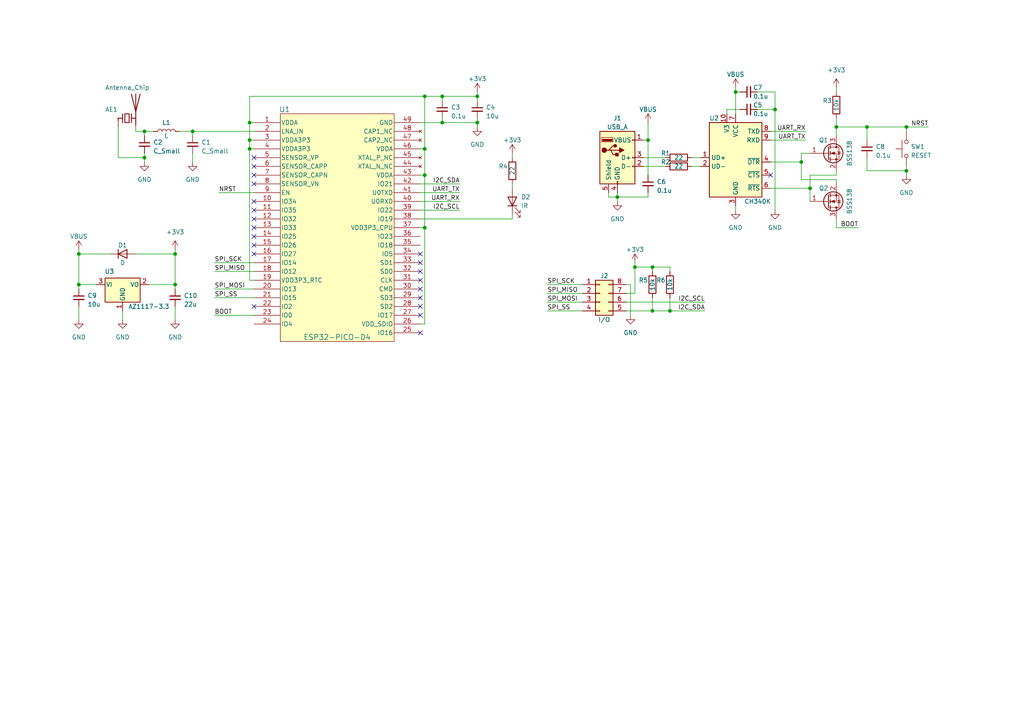
<source format=kicad_sch>
(kicad_sch (version 20230121) (generator eeschema)
  (paper "A4")
  (lib_symbols
    (symbol "Connector:USB_A" (pin_names (offset 1.016))
      (property "Reference" "J" (at -5.08 11.43 0))
      (property "Value" "USB_A" (at -5.08 8.89 0))
      (symbol "USB_A_0_1"
        (rectangle (start -5.08 -7.62) (end 5.08 7.62) (stroke (width 0.254)) (fill (type background)))
        (circle (center -3.81 2.159) (radius 0.635) (stroke (width 0.254)) (fill (type outline)))
        (rectangle (start -1.524 4.826) (end -4.318 5.334) (fill (type outline)))
        (rectangle (start -1.27 4.572) (end -4.572 5.842))
        (circle (center -0.635 3.429) (radius 0.381) (stroke (width 0.254)) (fill (type outline)))
        (rectangle (start -0.127 -7.62) (end 0.127 -6.858))
        (polyline (pts (xy -3.175 2.159) (xy -2.54 2.159) (xy -1.27 3.429) (xy -0.635 3.429)) (stroke (width 0.254)))
        (polyline (pts (xy -2.54 2.159) (xy -1.905 2.159) (xy -1.27 0.889) (xy 0 0.889)) (stroke (width 0.254)))
        (polyline (pts (xy 0.635 2.794) (xy 0.635 1.524) (xy 1.905 2.159) (xy 0.635 2.794)) (stroke (width 0.254)) (fill (type outline)))
        (rectangle (start 0.254 1.27) (end -0.508 0.508) (stroke (width 0.254)) (fill (type outline)))
        (rectangle (start 5.08 -2.667) (end 4.318 -2.413))
        (rectangle (start 5.08 -0.127) (end 4.318 0.127))
        (rectangle (start 5.08 4.953) (end 4.318 5.207))
      )
      (symbol "USB_A_1_1"
        (polyline (pts (xy -1.905 2.159) (xy 0.635 2.159)) (stroke (width 0.254)))
        (pin power_in line (at 7.62 5.08 180) (length 2.54) (name "VBUS") (number "1"))
        (pin bidirectional line (at 7.62 -2.54 180) (length 2.54) (name "D-") (number "2"))
        (pin bidirectional line (at 7.62 0 180) (length 2.54) (name "D+") (number "3"))
        (pin power_in line (at 0 -10.16 90) (length 2.54) (name "GND") (number "4"))
        (pin passive line (at -2.54 -10.16 90) (length 2.54) (name "Shield") (number "5"))
      )
    )
    (symbol "Connector_Generic:Conn_02x04_Counter_Clockwise" (pin_names (offset 1.016) hide)
      (property "Reference" "J" (at 1.27 5.08 0))
      (property "Value" "Conn_02x04_Counter_Clockwise" (at 1.27 -7.62 0))
      (symbol "Conn_02x04_Counter_Clockwise_1_1"
        (rectangle (start -1.27 -4.953) (end 0 -5.207) (stroke (width 0.1524)))
        (rectangle (start -1.27 -2.413) (end 0 -2.667) (stroke (width 0.1524)))
        (rectangle (start -1.27 0.127) (end 0 -0.127) (stroke (width 0.1524)))
        (rectangle (start -1.27 2.667) (end 0 2.413) (stroke (width 0.1524)))
        (rectangle (start -1.27 3.81) (end 3.81 -6.35) (stroke (width 0.254)) (fill (type background)))
        (rectangle (start 3.81 -4.953) (end 2.54 -5.207) (stroke (width 0.1524)))
        (rectangle (start 3.81 -2.413) (end 2.54 -2.667) (stroke (width 0.1524)))
        (rectangle (start 3.81 0.127) (end 2.54 -0.127) (stroke (width 0.1524)))
        (rectangle (start 3.81 2.667) (end 2.54 2.413) (stroke (width 0.1524)))
        (pin passive line (at -5.08 2.54 0) (length 3.81) (name "Pin_1") (number "1"))
        (pin passive line (at -5.08 0 0) (length 3.81) (name "Pin_2") (number "2"))
        (pin passive line (at -5.08 -2.54 0) (length 3.81) (name "Pin_3") (number "3"))
        (pin passive line (at -5.08 -5.08 0) (length 3.81) (name "Pin_4") (number "4"))
        (pin passive line (at 7.62 -5.08 180) (length 3.81) (name "Pin_5") (number "5"))
        (pin passive line (at 7.62 -2.54 180) (length 3.81) (name "Pin_6") (number "6"))
        (pin passive line (at 7.62 0 180) (length 3.81) (name "Pin_7") (number "7"))
        (pin passive line (at 7.62 2.54 180) (length 3.81) (name "Pin_8") (number "8"))
      )
    )
    (symbol "Device:Antenna_Chip" (pin_numbers hide) (pin_names (offset 1.016) hide)
      (property "Reference" "AE" (at 0 5.08 0))
      (property "Value" "Antenna_Chip" (at 0 3.175 0))
      (symbol "Antenna_Chip_0_1"
        (polyline (pts (xy -2.54 0) (xy -2.54 -0.635)) (stroke (width 0.254)))
        (polyline (pts (xy -2.54 0) (xy -1.27 0)) (stroke (width 0.254)))
        (polyline (pts (xy 1.27 0) (xy 2.54 0)) (stroke (width 0.254)))
        (polyline (pts (xy 1.27 1.27) (xy 1.27 -1.27)) (stroke (width 0.254)))
        (polyline (pts (xy 2.54 -0.635) (xy 2.54 0)))
        (polyline (pts (xy 2.54 6.985) (xy 2.54 -1.905)) (stroke (width 0.254)))
        (polyline (pts (xy -1.27 1.27) (xy -1.27 -1.27) (xy -1.27 0)) (stroke (width 0.254)))
        (polyline (pts (xy 3.81 6.985) (xy 2.54 1.905) (xy 1.27 6.985)) (stroke (width 0.254)))
        (polyline (pts (xy -0.635 1.27) (xy 0.635 1.27) (xy 0.635 -1.27) (xy -0.635 -1.27) (xy -0.635 1.27)) (stroke (width 0.254)))
      )
      (symbol "Antenna_Chip_1_1"
        (pin input line (at -2.54 -2.54 90) (length 2.54) (name "FEED") (number "1"))
        (pin passive line (at 2.54 -2.54 90) (length 2.54) (name "PCB_Trace") (number "2"))
      )
    )
    (symbol "Device:C_Small" (pin_numbers hide) (pin_names (offset 0.254) hide)
      (property "Reference" "C" (at 0.254 1.778 0))
      (property "Value" "C_Small" (at 0.254 -2.032 0))
      (symbol "C_Small_0_1"
        (polyline (pts (xy -1.524 -0.508) (xy 1.524 -0.508)) (stroke (width 0.3302)))
        (polyline (pts (xy -1.524 0.508) (xy 1.524 0.508)) (stroke (width 0.3048)))
      )
      (symbol "C_Small_1_1"
        (pin passive line (at 0 2.54 270) (length 2.032) (name "~") (number "1"))
        (pin passive line (at 0 -2.54 90) (length 2.032) (name "~") (number "2"))
      )
    )
    (symbol "Device:D" (pin_numbers hide) (pin_names (offset 1.016) hide)
      (property "Reference" "D" (at 0 2.54 0))
      (property "Value" "D" (at 0 -2.54 0))
      (symbol "D_0_1"
        (polyline (pts (xy -1.27 1.27) (xy -1.27 -1.27)) (stroke (width 0.254)))
        (polyline (pts (xy 1.27 0) (xy -1.27 0)))
        (polyline (pts (xy 1.27 1.27) (xy 1.27 -1.27) (xy -1.27 0) (xy 1.27 1.27)) (stroke (width 0.254)))
      )
      (symbol "D_1_1"
        (pin passive line (at -3.81 0 0) (length 2.54) (name "K") (number "1"))
        (pin passive line (at 3.81 0 180) (length 2.54) (name "A") (number "2"))
      )
    )
    (symbol "Device:L" (pin_numbers hide) (pin_names (offset 1.016) hide)
      (property "Reference" "L" (at -1.27 0 90))
      (property "Value" "L" (at 1.905 0 90))
      (symbol "L_0_1"
        (arc (start 0 -2.54) (mid 0.6323 -1.905) (end 0 -1.27))
        (arc (start 0 -1.27) (mid 0.6323 -0.635) (end 0 0))
        (arc (start 0 0) (mid 0.6323 0.635) (end 0 1.27))
        (arc (start 0 1.27) (mid 0.6323 1.905) (end 0 2.54))
      )
      (symbol "L_1_1"
        (pin passive line (at 0 3.81 270) (length 1.27) (name "1") (number "1"))
        (pin passive line (at 0 -3.81 90) (length 1.27) (name "2") (number "2"))
      )
    )
    (symbol "Device:LED" (pin_numbers hide) (pin_names (offset 1.016) hide)
      (property "Reference" "D" (at 0 2.54 0))
      (property "Value" "LED" (at 0 -2.54 0))
      (symbol "LED_0_1"
        (polyline (pts (xy -1.27 -1.27) (xy -1.27 1.27)) (stroke (width 0.254)))
        (polyline (pts (xy -1.27 0) (xy 1.27 0)))
        (polyline (pts (xy 1.27 -1.27) (xy 1.27 1.27) (xy -1.27 0) (xy 1.27 -1.27)) (stroke (width 0.254)))
        (polyline (pts (xy -3.048 -0.762) (xy -4.572 -2.286) (xy -3.81 -2.286) (xy -4.572 -2.286) (xy -4.572 -1.524)))
        (polyline (pts (xy -1.778 -0.762) (xy -3.302 -2.286) (xy -2.54 -2.286) (xy -3.302 -2.286) (xy -3.302 -1.524)))
      )
      (symbol "LED_1_1"
        (pin passive line (at -3.81 0 0) (length 2.54) (name "K") (number "1"))
        (pin passive line (at 3.81 0 180) (length 2.54) (name "A") (number "2"))
      )
    )
    (symbol "Device:R" (pin_numbers hide) (pin_names (offset 0))
      (property "Reference" "R" (at 2.032 0 90))
      (property "Value" "R" (at 0 0 90))
      (symbol "R_0_1"
        (rectangle (start -1.016 -2.54) (end 1.016 2.54) (stroke (width 0.254)))
      )
      (symbol "R_1_1"
        (pin passive line (at 0 3.81 270) (length 1.27) (name "~") (number "1"))
        (pin passive line (at 0 -3.81 90) (length 1.27) (name "~") (number "2"))
      )
    )
    (symbol "Regulator_Linear:AZ1117-3.3" (pin_names (offset 0.254))
      (property "Reference" "U" (at -3.81 3.175 0))
      (property "Value" "AZ1117-3.3" (at 0 3.175 0))
      (symbol "AZ1117-3.3_0_1"
        (rectangle (start -5.08 1.905) (end 5.08 -5.08) (stroke (width 0.254)) (fill (type background)))
      )
      (symbol "AZ1117-3.3_1_1"
        (pin power_in line (at 0 -7.62 90) (length 2.54) (name "GND") (number "1"))
        (pin power_out line (at 7.62 0 180) (length 2.54) (name "VO") (number "2"))
        (pin power_in line (at -7.62 0 0) (length 2.54) (name "VI") (number "3"))
      )
    )
    (symbol "Switch:SW_Push" (pin_numbers hide) (pin_names (offset 1.016) hide)
      (property "Reference" "SW" (at 1.27 2.54 0))
      (property "Value" "SW_Push" (at 0 -1.524 0))
      (symbol "SW_Push_0_1"
        (circle (center -2.032 0) (radius 0.508))
        (polyline (pts (xy 0 1.27) (xy 0 3.048)))
        (polyline (pts (xy 2.54 1.27) (xy -2.54 1.27)))
        (circle (center 2.032 0) (radius 0.508))
        (pin passive line (at -5.08 0 0) (length 2.54) (name "1") (number "1"))
        (pin passive line (at 5.08 0 180) (length 2.54) (name "2") (number "2"))
      )
    )
    (symbol "Transistor_FET:BSS138" (pin_names hide)
      (property "Reference" "Q" (at 5.08 1.905 0))
      (property "Value" "BSS138" (at 5.08 0 0))
      (symbol "BSS138_0_1"
        (polyline (pts (xy 0.254 0) (xy -2.54 0)))
        (polyline (pts (xy 0.254 1.905) (xy 0.254 -1.905)) (stroke (width 0.254)))
        (polyline (pts (xy 0.762 -1.27) (xy 0.762 -2.286)) (stroke (width 0.254)))
        (polyline (pts (xy 0.762 0.508) (xy 0.762 -0.508)) (stroke (width 0.254)))
        (polyline (pts (xy 0.762 2.286) (xy 0.762 1.27)) (stroke (width 0.254)))
        (polyline (pts (xy 2.54 2.54) (xy 2.54 1.778)))
        (polyline (pts (xy 2.54 -2.54) (xy 2.54 0) (xy 0.762 0)))
        (polyline (pts (xy 0.762 -1.778) (xy 3.302 -1.778) (xy 3.302 1.778) (xy 0.762 1.778)))
        (polyline (pts (xy 1.016 0) (xy 2.032 0.381) (xy 2.032 -0.381) (xy 1.016 0)) (fill (type outline)))
        (polyline (pts (xy 2.794 0.508) (xy 2.921 0.381) (xy 3.683 0.381) (xy 3.81 0.254)))
        (polyline (pts (xy 3.302 0.381) (xy 2.921 -0.254) (xy 3.683 -0.254) (xy 3.302 0.381)))
        (circle (center 1.651 0) (radius 2.794) (stroke (width 0.254)))
        (circle (center 2.54 -1.778) (radius 0.254) (fill (type outline)))
        (circle (center 2.54 1.778) (radius 0.254) (fill (type outline)))
      )
      (symbol "BSS138_1_1"
        (pin input line (at -5.08 0 0) (length 2.54) (name "G") (number "1"))
        (pin passive line (at 2.54 -5.08 90) (length 2.54) (name "S") (number "2"))
        (pin passive line (at 2.54 5.08 270) (length 2.54) (name "D") (number "3"))
      )
    )
    (symbol "WCH:CH340K"
      (property "Reference" "U" (at -7.62 12.7 0))
      (property "Value" "CH340K" (at 6.35 -11.43 0))
      (symbol "CH340K_0_1"
        (rectangle (start -7.62 11.43) (end 7.62 -10.16) (stroke (width 0.254)) (fill (type background)))
      )
      (symbol "CH340K_1_1"
        (pin bidirectional line (at -10.16 1.27 0) (length 2.54) (name "UD+") (number "1"))
        (pin passive line (at -2.54 13.97 270) (length 2.54) (name "V3") (number "10"))
        (pin bidirectional line (at -10.16 -1.27 0) (length 2.54) (name "UD-") (number "2"))
        (pin power_in line (at 0 -12.7 90) (length 2.54) (name "GND") (number "3"))
        (pin output line (at 10.16 0 180) (length 2.54) (name "~{DTR}") (number "4"))
        (pin input line (at 10.16 -3.81 180) (length 2.54) (name "~{CTS}") (number "5"))
        (pin output line (at 10.16 -7.62 180) (length 2.54) (name "~{RTS}") (number "6"))
        (pin power_in line (at 0 13.97 270) (length 2.54) (name "VCC") (number "7"))
        (pin output line (at 10.16 8.89 180) (length 2.54) (name "TXD") (number "8"))
        (pin input line (at 10.16 6.35 180) (length 2.54) (name "RXD") (number "9"))
      )
    )
    (symbol "esp32_pico_d4:ESP32-PICO-D4" (pin_names (offset 0.254))
      (property "Reference" "U1" (at -15.24 33.02 0))
      (property "Value" "ESP32-PICO-D4" (at 0 -33.02 0))
      (symbol "ESP32-PICO-D4_0_1"
        (pin power_in line (at -24.13 29.21 0) (length 7.62) (name "VDDA") (number "1"))
        (pin input line (at -24.13 6.35 0) (length 7.62) (name "IO34") (number "10"))
        (pin input line (at -24.13 3.81 0) (length 7.62) (name "IO35") (number "11"))
        (pin bidirectional line (at -24.13 1.27 0) (length 7.62) (name "IO32") (number "12"))
        (pin bidirectional line (at -24.13 -1.27 0) (length 7.62) (name "IO33") (number "13"))
        (pin bidirectional line (at -24.13 -3.81 0) (length 7.62) (name "IO25") (number "14"))
        (pin bidirectional line (at -24.13 -6.35 0) (length 7.62) (name "IO26") (number "15"))
        (pin bidirectional line (at -24.13 -8.89 0) (length 7.62) (name "IO27") (number "16"))
        (pin bidirectional line (at -24.13 -11.43 0) (length 7.62) (name "IO14") (number "17"))
        (pin bidirectional line (at -24.13 -13.97 0) (length 7.62) (name "IO12") (number "18"))
        (pin power_in line (at -24.13 -16.51 0) (length 7.62) (name "VDD3P3_RTC") (number "19"))
        (pin bidirectional line (at -24.13 26.67 0) (length 7.62) (name "LNA_IN") (number "2"))
        (pin bidirectional line (at -24.13 -19.05 0) (length 7.62) (name "IO13") (number "20"))
        (pin bidirectional line (at -24.13 -21.59 0) (length 7.62) (name "IO15") (number "21"))
        (pin bidirectional line (at -24.13 -24.13 0) (length 7.62) (name "IO2") (number "22"))
        (pin bidirectional line (at -24.13 -26.67 0) (length 7.62) (name "IO0") (number "23"))
        (pin bidirectional line (at -24.13 -29.21 0) (length 7.62) (name "IO4") (number "24"))
        (pin bidirectional line (at 24.13 -31.75 180) (length 7.62) (name "IO16") (number "25"))
        (pin power_in line (at 24.13 -29.21 180) (length 7.62) (name "VDD_SDIO") (number "26"))
        (pin bidirectional line (at 24.13 -26.67 180) (length 7.62) (name "IO17") (number "27"))
        (pin bidirectional line (at 24.13 -24.13 180) (length 7.62) (name "SD2") (number "28"))
        (pin bidirectional line (at 24.13 -21.59 180) (length 7.62) (name "SD3") (number "29"))
        (pin power_in line (at -24.13 24.13 0) (length 7.62) (name "VDDA3P3") (number "3"))
        (pin bidirectional line (at 24.13 -19.05 180) (length 7.62) (name "CMD") (number "30"))
        (pin bidirectional line (at 24.13 -16.51 180) (length 7.62) (name "CLK") (number "31"))
        (pin bidirectional line (at 24.13 -13.97 180) (length 7.62) (name "SD0") (number "32"))
        (pin bidirectional line (at 24.13 -11.43 180) (length 7.62) (name "SD1") (number "33"))
        (pin bidirectional line (at 24.13 -8.89 180) (length 7.62) (name "IO5") (number "34"))
        (pin bidirectional line (at 24.13 -6.35 180) (length 7.62) (name "IO18") (number "35"))
        (pin bidirectional line (at 24.13 -3.81 180) (length 7.62) (name "IO23") (number "36"))
        (pin power_in line (at 24.13 -1.27 180) (length 7.62) (name "VDD3P3_CPU") (number "37"))
        (pin bidirectional line (at 24.13 1.27 180) (length 7.62) (name "IO19") (number "38"))
        (pin bidirectional line (at 24.13 3.81 180) (length 7.62) (name "IO22") (number "39"))
        (pin power_in line (at -24.13 21.59 0) (length 7.62) (name "VDDA3P3") (number "4"))
        (pin bidirectional line (at 24.13 6.35 180) (length 7.62) (name "U0RXD") (number "40"))
        (pin bidirectional line (at 24.13 8.89 180) (length 7.62) (name "U0TXD") (number "41"))
        (pin bidirectional line (at 24.13 11.43 180) (length 7.62) (name "IO21") (number "42"))
        (pin power_in line (at 24.13 13.97 180) (length 7.62) (name "VDDA") (number "43"))
        (pin no_connect line (at 24.13 16.51 180) (length 7.62) (name "XTAL_N_NC") (number "44"))
        (pin no_connect line (at 24.13 19.05 180) (length 7.62) (name "XTAL_P_NC") (number "45"))
        (pin power_in line (at 24.13 21.59 180) (length 7.62) (name "VDDA") (number "46"))
        (pin no_connect line (at 24.13 24.13 180) (length 7.62) (name "CAP2_NC") (number "47"))
        (pin no_connect line (at 24.13 26.67 180) (length 7.62) (name "CAP1_NC") (number "48"))
        (pin power_out line (at 24.13 29.21 180) (length 7.62) (name "GND") (number "49"))
        (pin input line (at -24.13 19.05 0) (length 7.62) (name "SENSOR_VP") (number "5"))
        (pin input line (at -24.13 16.51 0) (length 7.62) (name "SENSOR_CAPP") (number "6"))
        (pin input line (at -24.13 13.97 0) (length 7.62) (name "SENSOR_CAPN") (number "7"))
        (pin input line (at -24.13 11.43 0) (length 7.62) (name "SENSOR_VN") (number "8"))
        (pin input line (at -24.13 8.89 0) (length 7.62) (name "EN") (number "9"))
      )
      (symbol "ESP32-PICO-D4_1_1"
        (rectangle (start -16.51 31.75) (end 16.51 -34.29) (fill (type background)))
      )
    )
    (symbol "power:+3V3" (power) (pin_names (offset 0))
      (property "Value" "+3V3" (at 0 3.556 0))
      (symbol "+3V3_0_1"
        (polyline (pts (xy -0.762 1.27) (xy 0 2.54)))
        (polyline (pts (xy 0 0) (xy 0 2.54)))
        (polyline (pts (xy 0 2.54) (xy 0.762 1.27)))
      )
      (symbol "+3V3_1_1"
        (pin power_in line (at 0 0 90) (length 0) hide (name "+3V3") (number "1"))
      )
    )
    (symbol "power:GND" (power) (pin_names (offset 0))
      (property "Value" "GND" (at 0 -3.81 0))
      (symbol "GND_0_1"
        (polyline (pts (xy 0 0) (xy 0 -1.27) (xy 1.27 -1.27) (xy 0 -2.54) (xy -1.27 -1.27) (xy 0 -1.27)))
      )
      (symbol "GND_1_1"
        (pin power_in line (at 0 0 270) (length 0) hide (name "GND") (number "1"))
      )
    )
    (symbol "power:VBUS" (power) (pin_names (offset 0))
      (property "Value" "VBUS" (at 0 3.81 0))
      (symbol "VBUS_0_1"
        (polyline (pts (xy -0.762 1.27) (xy 0 2.54)))
        (polyline (pts (xy 0 0) (xy 0 2.54)))
        (polyline (pts (xy 0 2.54) (xy 0.762 1.27)))
      )
      (symbol "VBUS_1_1"
        (pin power_in line (at 0 0 90) (length 0) hide (name "VBUS") (number "1"))
      )
    )
  )
  (junction (at 189.23 77.47))
  (junction (at 55.88 38.1))
  (junction (at 41.91 45.72))
  (junction (at 224.79 31.75))
  (junction (at 262.89 49.53))
  (junction (at 262.89 36.83))
  (junction (at 72.39 40.64))
  (junction (at 123.19 43.18))
  (junction (at 138.43 35.56))
  (junction (at 123.19 66.04))
  (junction (at 184.15 77.47))
  (junction (at 232.41 46.99))
  (junction (at 138.43 27.94))
  (junction (at 123.19 27.94))
  (junction (at 123.19 50.8))
  (junction (at 50.8 82.55))
  (junction (at 242.57 36.83))
  (junction (at 72.39 43.18))
  (junction (at 234.95 54.61))
  (junction (at 41.91 38.1))
  (junction (at 179.07 57.15))
  (junction (at 189.23 90.17))
  (junction (at 22.86 73.66))
  (junction (at 213.36 26.67))
  (junction (at 72.39 35.56))
  (junction (at 194.31 90.17))
  (junction (at 50.8 73.66))
  (junction (at 22.86 82.55))
  (junction (at 251.46 36.83))
  (junction (at 128.27 27.94))
  (junction (at 187.96 40.64))
  (junction (at 128.27 35.56))
  (no_connect (at 73.66 66.04))
  (no_connect (at 121.92 88.9))
  (no_connect (at 121.92 86.36))
  (no_connect (at 121.92 91.44))
  (no_connect (at 73.66 73.66))
  (no_connect (at 121.92 81.28))
  (no_connect (at 121.92 73.66))
  (no_connect (at 73.66 45.72))
  (no_connect (at 121.92 83.82))
  (no_connect (at 73.66 68.58))
  (no_connect (at 121.92 76.2))
  (no_connect (at 121.92 96.52))
  (no_connect (at 73.66 58.42))
  (no_connect (at 73.66 71.12))
  (no_connect (at 73.66 60.96))
  (no_connect (at 223.52 50.8))
  (no_connect (at 73.66 63.5))
  (no_connect (at 73.66 50.8))
  (no_connect (at 73.66 48.26))
  (no_connect (at 121.92 78.74))
  (no_connect (at 73.66 88.9))
  (no_connect (at 73.66 53.34))
  (wire (pts (xy 121.92 53.34) (xy 133.35 53.34)))
  (wire (pts (xy 187.96 40.64) (xy 186.69 40.64)))
  (wire (pts (xy 187.96 35.56) (xy 187.96 40.64)))
  (wire (pts (xy 41.91 46.99) (xy 41.91 45.72)))
  (wire (pts (xy 224.79 26.67) (xy 224.79 31.75)))
  (wire (pts (xy 123.19 43.18) (xy 121.92 43.18)))
  (wire (pts (xy 63.5 55.88) (xy 73.66 55.88)))
  (wire (pts (xy 128.27 34.29) (xy 128.27 35.56)))
  (wire (pts (xy 158.75 90.17) (xy 168.91 90.17)))
  (wire (pts (xy 123.19 66.04) (xy 123.19 93.98)))
  (wire (pts (xy 176.53 57.15) (xy 179.07 57.15)))
  (wire (pts (xy 39.37 36.83) (xy 39.37 38.1)))
  (wire (pts (xy 158.75 85.09) (xy 168.91 85.09)))
  (wire (pts (xy 148.59 44.45) (xy 148.59 45.72)))
  (wire (pts (xy 189.23 90.17) (xy 194.31 90.17)))
  (wire (pts (xy 22.86 72.39) (xy 22.86 73.66)))
  (wire (pts (xy 223.52 38.1) (xy 233.68 38.1)))
  (wire (pts (xy 41.91 39.37) (xy 41.91 38.1)))
  (wire (pts (xy 223.52 46.99) (xy 232.41 46.99)))
  (wire (pts (xy 22.86 82.55) (xy 27.94 82.55)))
  (wire (pts (xy 194.31 77.47) (xy 189.23 77.47)))
  (wire (pts (xy 72.39 43.18) (xy 72.39 40.64)))
  (wire (pts (xy 121.92 93.98) (xy 123.19 93.98)))
  (wire (pts (xy 182.88 82.55) (xy 182.88 91.44)))
  (wire (pts (xy 181.61 87.63) (xy 204.47 87.63)))
  (wire (pts (xy 50.8 73.66) (xy 50.8 82.55)))
  (wire (pts (xy 179.07 57.15) (xy 179.07 58.42)))
  (wire (pts (xy 148.59 63.5) (xy 148.59 62.23)))
  (wire (pts (xy 242.57 34.29) (xy 242.57 36.83)))
  (wire (pts (xy 232.41 46.99) (xy 232.41 52.07)))
  (wire (pts (xy 219.71 31.75) (xy 224.79 31.75)))
  (wire (pts (xy 121.92 55.88) (xy 133.35 55.88)))
  (wire (pts (xy 138.43 27.94) (xy 138.43 26.67)))
  (wire (pts (xy 73.66 43.18) (xy 72.39 43.18)))
  (wire (pts (xy 194.31 86.36) (xy 194.31 90.17)))
  (wire (pts (xy 242.57 53.34) (xy 242.57 52.07)))
  (wire (pts (xy 186.69 45.72) (xy 193.04 45.72)))
  (wire (pts (xy 41.91 38.1) (xy 44.45 38.1)))
  (wire (pts (xy 121.92 50.8) (xy 123.19 50.8)))
  (wire (pts (xy 62.23 76.2) (xy 73.66 76.2)))
  (wire (pts (xy 55.88 38.1) (xy 55.88 39.37)))
  (wire (pts (xy 262.89 36.83) (xy 262.89 38.1)))
  (wire (pts (xy 55.88 38.1) (xy 73.66 38.1)))
  (wire (pts (xy 262.89 48.26) (xy 262.89 49.53)))
  (wire (pts (xy 189.23 86.36) (xy 189.23 90.17)))
  (wire (pts (xy 232.41 46.99) (xy 232.41 44.45)))
  (wire (pts (xy 242.57 52.07) (xy 232.41 52.07)))
  (wire (pts (xy 194.31 90.17) (xy 204.47 90.17)))
  (wire (pts (xy 50.8 88.9) (xy 50.8 92.71)))
  (wire (pts (xy 242.57 66.04) (xy 248.92 66.04)))
  (wire (pts (xy 121.92 60.96) (xy 133.35 60.96)))
  (wire (pts (xy 242.57 26.67) (xy 242.57 25.4)))
  (wire (pts (xy 251.46 36.83) (xy 262.89 36.83)))
  (wire (pts (xy 35.56 90.17) (xy 35.56 92.71)))
  (wire (pts (xy 213.36 59.69) (xy 213.36 60.96)))
  (wire (pts (xy 62.23 86.36) (xy 73.66 86.36)))
  (wire (pts (xy 62.23 91.44) (xy 73.66 91.44)))
  (wire (pts (xy 181.61 90.17) (xy 189.23 90.17)))
  (wire (pts (xy 121.92 35.56) (xy 128.27 35.56)))
  (wire (pts (xy 34.29 36.83) (xy 34.29 45.72)))
  (wire (pts (xy 138.43 27.94) (xy 138.43 29.21)))
  (wire (pts (xy 262.89 49.53) (xy 262.89 50.8)))
  (wire (pts (xy 128.27 27.94) (xy 138.43 27.94)))
  (wire (pts (xy 62.23 83.82) (xy 73.66 83.82)))
  (wire (pts (xy 233.68 40.64) (xy 223.52 40.64)))
  (wire (pts (xy 219.71 26.67) (xy 224.79 26.67)))
  (wire (pts (xy 22.86 88.9) (xy 22.86 92.71)))
  (wire (pts (xy 184.15 77.47) (xy 184.15 85.09)))
  (wire (pts (xy 73.66 81.28) (xy 72.39 81.28)))
  (wire (pts (xy 223.52 54.61) (xy 234.95 54.61)))
  (wire (pts (xy 200.66 48.26) (xy 203.2 48.26)))
  (wire (pts (xy 39.37 38.1) (xy 41.91 38.1)))
  (wire (pts (xy 72.39 40.64) (xy 72.39 35.56)))
  (wire (pts (xy 62.23 78.74) (xy 73.66 78.74)))
  (wire (pts (xy 232.41 44.45) (xy 234.95 44.45)))
  (wire (pts (xy 214.63 31.75) (xy 210.82 31.75)))
  (wire (pts (xy 158.75 82.55) (xy 168.91 82.55)))
  (wire (pts (xy 186.69 48.26) (xy 193.04 48.26)))
  (wire (pts (xy 123.19 50.8) (xy 123.19 66.04)))
  (wire (pts (xy 158.75 87.63) (xy 168.91 87.63)))
  (wire (pts (xy 22.86 83.82) (xy 22.86 82.55)))
  (wire (pts (xy 179.07 55.88) (xy 179.07 57.15)))
  (wire (pts (xy 262.89 36.83) (xy 269.24 36.83)))
  (wire (pts (xy 179.07 57.15) (xy 187.96 57.15)))
  (wire (pts (xy 200.66 45.72) (xy 203.2 45.72)))
  (wire (pts (xy 39.37 73.66) (xy 50.8 73.66)))
  (wire (pts (xy 148.59 53.34) (xy 148.59 54.61)))
  (wire (pts (xy 234.95 58.42) (xy 234.95 54.61)))
  (wire (pts (xy 72.39 27.94) (xy 123.19 27.94)))
  (wire (pts (xy 242.57 36.83) (xy 251.46 36.83)))
  (wire (pts (xy 123.19 27.94) (xy 123.19 43.18)))
  (wire (pts (xy 121.92 66.04) (xy 123.19 66.04)))
  (wire (pts (xy 189.23 77.47) (xy 189.23 78.74)))
  (wire (pts (xy 73.66 40.64) (xy 72.39 40.64)))
  (wire (pts (xy 184.15 76.2) (xy 184.15 77.47)))
  (wire (pts (xy 242.57 39.37) (xy 242.57 36.83)))
  (wire (pts (xy 184.15 85.09) (xy 181.61 85.09)))
  (wire (pts (xy 52.07 38.1) (xy 55.88 38.1)))
  (wire (pts (xy 242.57 63.5) (xy 242.57 66.04)))
  (wire (pts (xy 189.23 77.47) (xy 184.15 77.47)))
  (wire (pts (xy 242.57 50.8) (xy 234.95 50.8)))
  (wire (pts (xy 72.39 27.94) (xy 72.39 35.56)))
  (wire (pts (xy 50.8 82.55) (xy 50.8 83.82)))
  (wire (pts (xy 55.88 46.99) (xy 55.88 44.45)))
  (wire (pts (xy 50.8 82.55) (xy 43.18 82.55)))
  (wire (pts (xy 50.8 72.39) (xy 50.8 73.66)))
  (wire (pts (xy 138.43 35.56) (xy 138.43 36.83)))
  (wire (pts (xy 213.36 26.67) (xy 213.36 33.02)))
  (wire (pts (xy 213.36 26.67) (xy 214.63 26.67)))
  (wire (pts (xy 128.27 35.56) (xy 138.43 35.56)))
  (wire (pts (xy 181.61 82.55) (xy 182.88 82.55)))
  (wire (pts (xy 251.46 49.53) (xy 262.89 49.53)))
  (wire (pts (xy 22.86 73.66) (xy 22.86 82.55)))
  (wire (pts (xy 121.92 58.42) (xy 133.35 58.42)))
  (wire (pts (xy 41.91 45.72) (xy 41.91 44.45)))
  (wire (pts (xy 194.31 78.74) (xy 194.31 77.47)))
  (wire (pts (xy 187.96 55.88) (xy 187.96 57.15)))
  (wire (pts (xy 234.95 50.8) (xy 234.95 54.61)))
  (wire (pts (xy 128.27 27.94) (xy 128.27 29.21)))
  (wire (pts (xy 176.53 55.88) (xy 176.53 57.15)))
  (wire (pts (xy 224.79 31.75) (xy 224.79 60.96)))
  (wire (pts (xy 72.39 35.56) (xy 73.66 35.56)))
  (wire (pts (xy 251.46 45.72) (xy 251.46 49.53)))
  (wire (pts (xy 213.36 25.4) (xy 213.36 26.67)))
  (wire (pts (xy 210.82 31.75) (xy 210.82 33.02)))
  (wire (pts (xy 22.86 73.66) (xy 31.75 73.66)))
  (wire (pts (xy 123.19 27.94) (xy 128.27 27.94)))
  (wire (pts (xy 123.19 43.18) (xy 123.19 50.8)))
  (wire (pts (xy 121.92 63.5) (xy 148.59 63.5)))
  (wire (pts (xy 34.29 45.72) (xy 41.91 45.72)))
  (wire (pts (xy 138.43 34.29) (xy 138.43 35.56)))
  (wire (pts (xy 187.96 50.8) (xy 187.96 40.64)))
  (wire (pts (xy 251.46 36.83) (xy 251.46 40.64)))
  (wire (pts (xy 72.39 43.18) (xy 72.39 81.28)))
  (wire (pts (xy 242.57 50.8) (xy 242.57 49.53)))
  (label "SPI_MOSI" (at 158.75 87.63 0))
  (label "UART_RX" (at 133.35 58.42 180))
  (label "NRST" (at 269.24 36.83 180))
  (label "SPI_SS" (at 158.75 90.17 0))
  (label "SPI_MOSI" (at 62.23 83.82 0))
  (label "SPI_MISO" (at 62.23 78.74 0))
  (label "BOOT" (at 62.23 91.44 0))
  (label "SPI_SS" (at 62.23 86.36 0))
  (label "SPI_SCK" (at 62.23 76.2 0))
  (label "SPI_SCK" (at 158.75 82.55 0))
  (label "UART_TX" (at 233.68 40.64 180))
  (label "NRST" (at 63.5 55.88 0))
  (label "I2C_SDA" (at 204.47 90.17 180))
  (label "I2C_SDA" (at 133.35 53.34 180))
  (label "BOOT" (at 248.92 66.04 180))
  (label "SPI_MISO" (at 158.75 85.09 0))
  (label "I2C_SCL" (at 133.35 60.96 180))
  (label "UART_RX" (at 233.68 38.1 180))
  (label "I2C_SCL" (at 204.47 87.63 180))
  (label "UART_TX" (at 133.35 55.88 180))
  (symbol (lib_id "Device:C_Small") (at 55.88 41.91 0) (unit 1)
    (property "Reference" "C1" (at 58.42 41.2813 0) (effects (justify left)))
    (property "Value" "C_Small" (at 58.42 43.8213 0) (effects (justify left)))
  )
  (symbol (lib_id "power:GND") (at 41.91 46.99 0) (unit 1)
    (property "Reference" "#PWR02" (effects hide))
    (property "Value" "GND" (at 41.91 52.07 0))
  )
  (symbol (lib_id "power:VBUS") (at 213.36 25.4 0) (unit 1)
    (property "Reference" "#PWR07" (effects hide))
    (property "Value" "VBUS" (at 213.36 21.59 0))
  )
  (symbol (lib_id "power:GND") (at 50.8 92.71 0) (unit 1)
    (property "Reference" "#PWR016" (effects hide))
    (property "Value" "GND" (at 50.8 97.79 0))
  )
  (symbol (lib_id "power:VBUS") (at 22.86 72.39 0) (unit 1)
    (property "Reference" "#PWR012" (effects hide))
    (property "Value" "VBUS" (at 22.86 68.58 0))
  )
  (symbol (lib_id "power:GND") (at 35.56 92.71 0) (unit 1)
    (property "Reference" "#PWR014" (effects hide))
    (property "Value" "GND" (at 35.56 97.79 0))
  )
  (symbol (lib_id "Connector:USB_A") (at 179.07 45.72 0) (unit 1)
    (property "Reference" "J1" (at 179.07 34.29 0))
    (property "Value" "USB_A" (at 179.07 36.83 0))
    (property "Datasheet" " ~" (effects hide))
  )
  (symbol (lib_id "Transistor_FET:BSS138") (at 240.03 58.42 0) (mirror x) (unit 1)
    (property "Reference" "Q2" (at 237.49 54.61 0) (effects (justify left)))
    (property "Value" "BSS138" (at 246.38 54.61 90) (effects (justify left)))
    (property "Footprint" "Package_TO_SOT_SMD:SOT-23" (effects hide))
    (property "Datasheet" "https://www.onsemi.com/pub/Collateral/BSS138-D.PDF" (effects hide))
    (property "LCSC" "C2844873" (effects hide))
  )
  (symbol (lib_id "Device:C_Small") (at 128.27 31.75 0) (unit 1)
    (property "Reference" "C3" (at 130.81 31.1213 0) (effects (justify left)))
    (property "Value" "0.1u" (at 130.81 33.6613 0) (effects (justify left)))
  )
  (symbol (lib_id "power:GND") (at 22.86 92.71 0) (unit 1)
    (property "Reference" "#PWR015" (effects hide))
    (property "Value" "GND" (at 22.86 97.79 0))
  )
  (symbol (lib_id "Device:C_Small") (at 138.43 31.75 0) (unit 1)
    (property "Reference" "C4" (at 140.97 31.1213 0) (effects (justify left)))
    (property "Value" "10u" (at 140.97 33.6613 0) (effects (justify left)))
  )
  (symbol (lib_id "power:+3V3") (at 50.8 72.39 0) (unit 1)
    (property "Reference" "#PWR013" (effects hide))
    (property "Value" "+3V3" (at 50.8 67.31 0))
  )
  (symbol (lib_id "Device:R") (at 196.85 48.26 90) (unit 1)
    (property "Reference" "R2" (at 193.04 46.99 90))
    (property "Value" "22" (at 196.85 48.26 90))
  )
  (symbol (lib_id "Device:C_Small") (at 41.91 41.91 0) (unit 1)
    (property "Reference" "C2" (at 44.45 41.2813 0) (effects (justify left)))
    (property "Value" "C_Small" (at 44.45 43.8213 0) (effects (justify left)))
  )
  (symbol (lib_id "Device:L") (at 48.26 38.1 90) (unit 1)
    (property "Reference" "L1" (at 48.26 35.56 90))
    (property "Value" "L" (at 48.26 39.37 90))
  )
  (symbol (lib_id "Device:LED") (at 148.59 58.42 90) (unit 1)
    (property "Reference" "D2" (at 151.13 57.15 90) (effects (justify right)))
    (property "Value" "IR" (at 151.13 59.69 90) (effects (justify right)))
  )
  (symbol (lib_id "Device:D") (at 35.56 73.66 0) (unit 1)
    (property "Reference" "D1" (at 35.56 71.12 0))
    (property "Value" "D" (at 35.56 76.2 0))
    (property "Sim.Device" "D" (effects hide))
    (property "Sim.Pins" "1=K 2=A" (effects hide))
  )
  (symbol (lib_id "Transistor_FET:BSS138") (at 240.03 44.45 0) (unit 1)
    (property "Reference" "Q1" (at 237.49 40.64 0) (effects (justify left)))
    (property "Value" "BSS138" (at 246.38 48.26 90) (effects (justify left)))
    (property "Footprint" "Package_TO_SOT_SMD:SOT-23" (effects hide))
    (property "Datasheet" "https://www.onsemi.com/pub/Collateral/BSS138-D.PDF" (effects hide))
    (property "LCSC" "C2844873" (effects hide))
  )
  (symbol (lib_id "Device:C_Small") (at 50.8 86.36 0) (unit 1)
    (property "Reference" "C10" (at 53.34 85.7313 0) (effects (justify left)))
    (property "Value" "22u" (at 53.34 88.2713 0) (effects (justify left)))
  )
  (symbol (lib_id "power:+3V3") (at 148.59 44.45 0) (unit 1)
    (property "Reference" "#PWR017" (effects hide))
    (property "Value" "+3V3" (at 148.59 40.64 0))
  )
  (symbol (lib_id "Regulator_Linear:AZ1117-3.3") (at 35.56 82.55 0) (unit 1)
    (property "Reference" "U3" (at 31.75 78.74 0))
    (property "Value" "AZ1117-3.3" (at 43.18 88.9 0))
    (property "Datasheet" "https://www.diodes.com/assets/Datasheets/AZ1117.pdf" (effects hide))
  )
  (symbol (lib_id "Device:R") (at 196.85 45.72 90) (unit 1)
    (property "Reference" "R1" (at 193.04 44.45 90))
    (property "Value" "22" (at 196.85 45.72 90))
  )
  (symbol (lib_id "Device:Antenna_Chip") (at 36.83 34.29 0) (unit 1)
    (property "Reference" "AE1" (at 30.48 31.75 0) (effects (justify left)))
    (property "Value" "Antenna_Chip" (at 30.48 25.4 0) (effects (justify left)))
  )
  (symbol (lib_id "power:GND") (at 213.36 60.96 0) (unit 1)
    (property "Reference" "#PWR08" (effects hide))
    (property "Value" "GND" (at 213.36 66.04 0))
  )
  (symbol (lib_id "Connector_Generic:Conn_02x04_Counter_Clockwise") (at 173.99 85.09 0) (unit 1)
    (property "Reference" "J2" (at 175.26 80.01 0))
    (property "Value" "I/O" (at 175.26 92.71 0))
  )
  (symbol (lib_id "Device:R") (at 189.23 82.55 180) (unit 1)
    (property "Reference" "R5" (at 187.96 81.28 0) (effects (justify left)))
    (property "Value" "10k" (at 189.23 82.55 90))
    (property "Footprint" "Resistor_SMD:R_0603_1608Metric" (effects hide))
    (property "LCSC" "C25804" (effects hide))
  )
  (symbol (lib_id "power:GND") (at 55.88 46.99 0) (unit 1)
    (property "Reference" "#PWR03" (effects hide))
    (property "Value" "GND" (at 55.88 52.07 0))
  )
  (symbol (lib_id "WCH:CH340K") (at 213.36 46.99 0) (unit 1)
    (property "Reference" "U2" (at 205.74 34.29 0) (effects (justify left)))
    (property "Value" "CH340K" (at 215.9 58.42 0) (effects (justify left)))
    (property "Datasheet" "https://akizukidenshi.com/goodsaffix/ch340.pdf" (effects hide))
  )
  (symbol (lib_id "power:+3V3") (at 138.43 26.67 0) (unit 1)
    (property "Reference" "#PWR01" (effects hide))
    (property "Value" "+3V3" (at 138.43 22.86 0))
  )
  (symbol (lib_id "Device:C_Small") (at 217.17 26.67 90) (unit 1)
    (property "Reference" "C7" (at 218.44 25.4 90) (effects (justify right)))
    (property "Value" "0.1u" (at 218.44 27.94 90) (effects (justify right)))
  )
  (symbol (lib_id "power:VBUS") (at 187.96 35.56 0) (unit 1)
    (property "Reference" "#PWR05" (effects hide))
    (property "Value" "VBUS" (at 187.96 31.75 0))
  )
  (symbol (lib_id "Device:C_Small") (at 22.86 86.36 0) (unit 1)
    (property "Reference" "C9" (at 25.4 85.7313 0) (effects (justify left)))
    (property "Value" "10u" (at 25.4 88.2713 0) (effects (justify left)))
  )
  (symbol (lib_id "power:GND") (at 224.79 60.96 0) (unit 1)
    (property "Reference" "#PWR09" (effects hide))
    (property "Value" "GND" (at 224.79 66.04 0))
  )
  (symbol (lib_id "Switch:SW_Push") (at 262.89 43.18 90) (unit 1)
    (property "Reference" "SW1" (at 264.16 42.545 90) (effects (justify right)))
    (property "Value" "RESET" (at 264.16 45.085 90) (effects (justify right)))
  )
  (symbol (lib_id "power:GND") (at 138.43 36.83 0) (unit 1)
    (property "Reference" "#PWR06" (effects hide))
    (property "Value" "GND" (at 138.43 41.91 0))
  )
  (symbol (lib_id "Device:R") (at 194.31 82.55 180) (unit 1)
    (property "Reference" "R6" (at 193.04 81.28 0) (effects (justify left)))
    (property "Value" "10k" (at 194.31 82.55 90))
    (property "Footprint" "Resistor_SMD:R_0603_1608Metric" (effects hide))
    (property "LCSC" "C25804" (effects hide))
  )
  (symbol (lib_id "power:+3V3") (at 242.57 25.4 0) (unit 1)
    (property "Reference" "#PWR010" (effects hide))
    (property "Value" "+3V3" (at 242.57 20.32 0))
  )
  (symbol (lib_id "Device:R") (at 148.59 49.53 180) (unit 1)
    (property "Reference" "R4" (at 147.32 48.26 0) (effects (justify left)))
    (property "Value" "22" (at 148.59 49.53 90))
    (property "Footprint" "Resistor_SMD:R_0603_1608Metric" (effects hide))
    (property "LCSC" "C25804" (effects hide))
  )
  (symbol (lib_id "Device:C_Small") (at 251.46 43.18 0) (unit 1)
    (property "Reference" "C8" (at 254 42.5513 0) (effects (justify left)))
    (property "Value" "0.1u" (at 254 45.0913 0) (effects (justify left)))
  )
  (symbol (lib_id "power:GND") (at 179.07 58.42 0) (unit 1)
    (property "Reference" "#PWR04" (effects hide))
    (property "Value" "GND" (at 179.07 63.5 0))
  )
  (symbol (lib_id "power:+3V3") (at 184.15 76.2 0) (unit 1)
    (property "Reference" "#PWR019" (effects hide))
    (property "Value" "+3V3" (at 184.15 72.39 0))
  )
  (symbol (lib_id "power:GND") (at 182.88 91.44 0) (unit 1)
    (property "Reference" "#PWR018" (effects hide))
    (property "Value" "GND" (at 182.88 96.52 0))
  )
  (symbol (lib_id "power:GND") (at 262.89 50.8 0) (unit 1)
    (property "Reference" "#PWR011" (effects hide))
    (property "Value" "GND" (at 262.89 55.88 0))
  )
  (symbol (lib_id "Device:C_Small") (at 217.17 31.75 90) (unit 1)
    (property "Reference" "C5" (at 218.44 30.48 90) (effects (justify right)))
    (property "Value" "0.1u" (at 218.44 33.02 90) (effects (justify right)))
  )
  (symbol (lib_id "esp32_pico_d4:ESP32-PICO-D4") (at 97.79 64.77 0) (unit 1)
    (property "Reference" "U1" (at 82.55 31.75 0) (effects (font (size 1.524 1.524))))
    (property "Value" "ESP32-PICO-D4" (at 97.79 97.79 0) (effects (font (size 1.524 1.524))))
    (property "Footprint" "ESP32-PICO-D4_EXP" (effects hide))
    (property "Datasheet" "ESP32-PICO-D4" (effects hide))
  )
  (symbol (lib_id "Device:C_Small") (at 187.96 53.34 0) (unit 1)
    (property "Reference" "C6" (at 190.5 52.7113 0) (effects (justify left)))
    (property "Value" "0.1u" (at 190.5 55.2513 0) (effects (justify left)))
  )
  (symbol (lib_id "Device:R") (at 242.57 30.48 180) (unit 1)
    (property "Reference" "R3" (at 241.3 29.21 0) (effects (justify left)))
    (property "Value" "10k" (at 242.57 30.48 90))
    (property "Footprint" "Resistor_SMD:R_0603_1608Metric" (effects hide))
    (property "LCSC" "C25804" (effects hide))
  )
)
</source>
